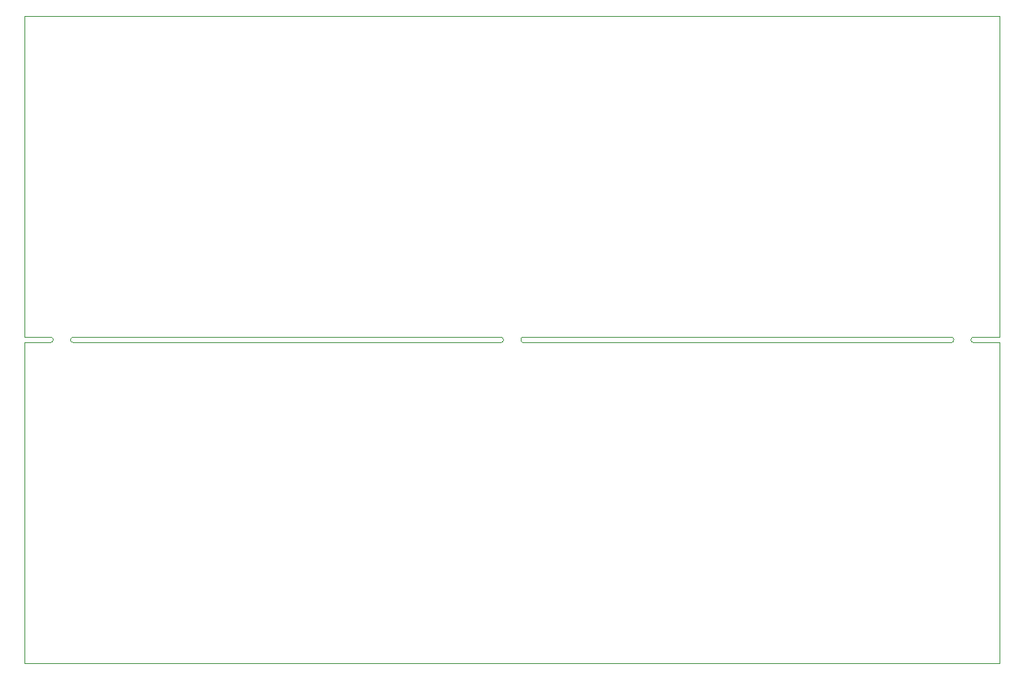
<source format=gbr>
%TF.GenerationSoftware,KiCad,Pcbnew,(6.0.7)*%
%TF.CreationDate,2022-08-20T14:38:10+02:00*%
%TF.ProjectId,ioboard,696f626f-6172-4642-9e6b-696361645f70,rev?*%
%TF.SameCoordinates,Original*%
%TF.FileFunction,Profile,NP*%
%FSLAX46Y46*%
G04 Gerber Fmt 4.6, Leading zero omitted, Abs format (unit mm)*
G04 Created by KiCad (PCBNEW (6.0.7)) date 2022-08-20 14:38:10*
%MOMM*%
%LPD*%
G01*
G04 APERTURE LIST*
%TA.AperFunction,Profile*%
%ADD10C,0.050000*%
%TD*%
G04 APERTURE END LIST*
D10*
X147231100Y-105321100D02*
X99923600Y-105321100D01*
X147548600Y-105003600D02*
G75*
G03*
X147231100Y-104686100I-317500J0D01*
G01*
X97701100Y-105003600D02*
G75*
G03*
X97383600Y-104686100I-317500J0D01*
G01*
X97383600Y-105321100D02*
X94526100Y-105321100D01*
X94526100Y-140881100D02*
X202476100Y-140881100D01*
X199618600Y-104686100D02*
G75*
G03*
X199301100Y-105003600I0J-317500D01*
G01*
X97383600Y-104686100D02*
X94526100Y-104686100D01*
X197078600Y-104686100D02*
X149771100Y-104686100D01*
X147231100Y-105321100D02*
G75*
G03*
X147548600Y-105003600I0J317500D01*
G01*
X197396100Y-105003600D02*
G75*
G03*
X197078600Y-104686100I-317500J0D01*
G01*
X149771100Y-104686100D02*
G75*
G03*
X149453600Y-105003600I0J-317500D01*
G01*
X202476100Y-104686100D02*
X202476100Y-69126100D01*
X197078600Y-105321100D02*
G75*
G03*
X197396100Y-105003600I0J317500D01*
G01*
X149453600Y-105003600D02*
G75*
G03*
X149771100Y-105321100I317500J0D01*
G01*
X99923600Y-104686100D02*
G75*
G03*
X99606100Y-105003600I0J-317500D01*
G01*
X202476100Y-104686100D02*
X199618600Y-104686100D01*
X199301100Y-105003600D02*
G75*
G03*
X199618600Y-105321100I317500J0D01*
G01*
X147231100Y-104686100D02*
X99923600Y-104686100D01*
X202476100Y-140881100D02*
X202476100Y-105321100D01*
X202476100Y-105321100D02*
X199618600Y-105321100D01*
X94526100Y-69126100D02*
X94526100Y-104686100D01*
X94526100Y-105321100D02*
X94526100Y-140881100D01*
X197078600Y-105321100D02*
X149771100Y-105321100D01*
X97383600Y-105321100D02*
G75*
G03*
X97701100Y-105003600I0J317500D01*
G01*
X94526100Y-69126100D02*
X202476100Y-69126100D01*
X99606100Y-105003600D02*
G75*
G03*
X99923600Y-105321100I317500J0D01*
G01*
M02*

</source>
